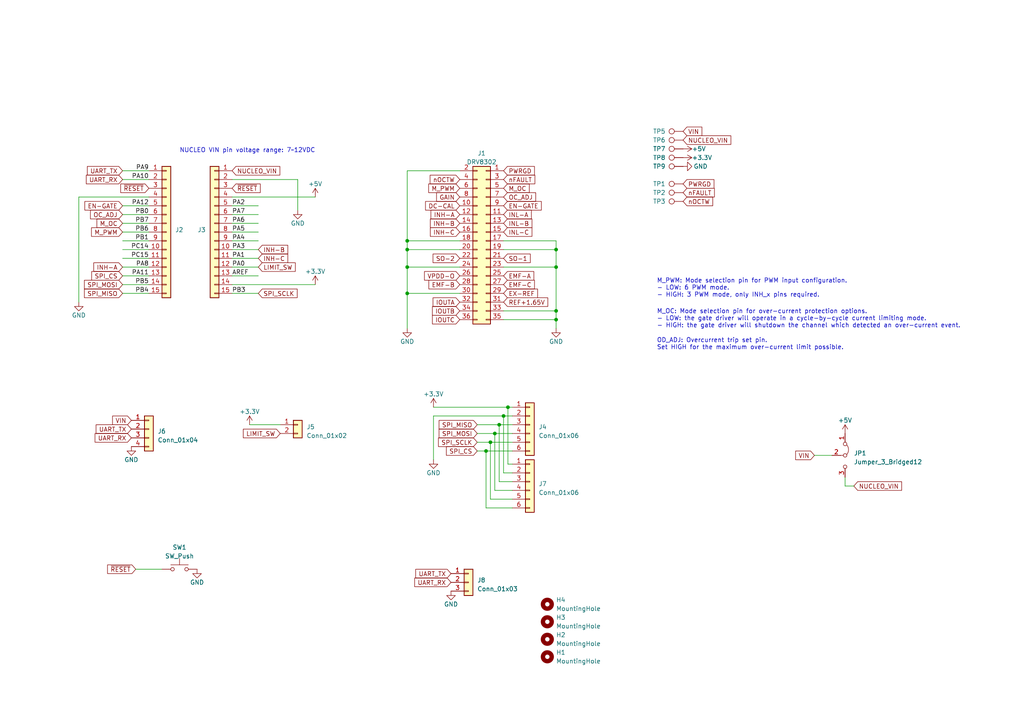
<source format=kicad_sch>
(kicad_sch (version 20230121) (generator eeschema)
  (paper "A4")
  (lib_symbols
    (symbol "Connector:TestPoint" (pin_numbers hide) (pin_names (offset 0.762) hide)
      (property "Reference" "TP" (at 0 6.858 0))
      (property "Value" "TestPoint" (at 0 5.08 0))
      (symbol "TestPoint_0_1"
        (circle (center 0 3.302) (radius 0.762))
      )
      (symbol "TestPoint_1_1"
        (pin passive line (at 0 0 90) (length 2.54) (name "1") (number "1"))
      )
    )
    (symbol "Connector_Generic:Conn_01x02" (pin_names (offset 1.016) hide)
      (property "Reference" "J" (at 0 2.54 0))
      (property "Value" "Conn_01x02" (at 0 -5.08 0))
      (symbol "Conn_01x02_1_1"
        (rectangle (start -1.27 -2.413) (end 0 -2.667) (stroke (width 0.1524)))
        (rectangle (start -1.27 0.127) (end 0 -0.127) (stroke (width 0.1524)))
        (rectangle (start -1.27 1.27) (end 1.27 -3.81) (stroke (width 0.254)) (fill (type background)))
        (pin passive line (at -5.08 0 0) (length 3.81) (name "Pin_1") (number "1"))
        (pin passive line (at -5.08 -2.54 0) (length 3.81) (name "Pin_2") (number "2"))
      )
    )
    (symbol "Connector_Generic:Conn_01x03" (pin_names (offset 1.016) hide)
      (property "Reference" "J" (at 0 5.08 0))
      (property "Value" "Conn_01x03" (at 0 -5.08 0))
      (symbol "Conn_01x03_1_1"
        (rectangle (start -1.27 -2.413) (end 0 -2.667) (stroke (width 0.1524)))
        (rectangle (start -1.27 0.127) (end 0 -0.127) (stroke (width 0.1524)))
        (rectangle (start -1.27 2.667) (end 0 2.413) (stroke (width 0.1524)))
        (rectangle (start -1.27 3.81) (end 1.27 -3.81) (stroke (width 0.254)) (fill (type background)))
        (pin passive line (at -5.08 2.54 0) (length 3.81) (name "Pin_1") (number "1"))
        (pin passive line (at -5.08 0 0) (length 3.81) (name "Pin_2") (number "2"))
        (pin passive line (at -5.08 -2.54 0) (length 3.81) (name "Pin_3") (number "3"))
      )
    )
    (symbol "Connector_Generic:Conn_01x04" (pin_names (offset 1.016) hide)
      (property "Reference" "J" (at 0 5.08 0))
      (property "Value" "Conn_01x04" (at 0 -7.62 0))
      (symbol "Conn_01x04_1_1"
        (rectangle (start -1.27 -4.953) (end 0 -5.207) (stroke (width 0.1524)))
        (rectangle (start -1.27 -2.413) (end 0 -2.667) (stroke (width 0.1524)))
        (rectangle (start -1.27 0.127) (end 0 -0.127) (stroke (width 0.1524)))
        (rectangle (start -1.27 2.667) (end 0 2.413) (stroke (width 0.1524)))
        (rectangle (start -1.27 3.81) (end 1.27 -6.35) (stroke (width 0.254)) (fill (type background)))
        (pin passive line (at -5.08 2.54 0) (length 3.81) (name "Pin_1") (number "1"))
        (pin passive line (at -5.08 0 0) (length 3.81) (name "Pin_2") (number "2"))
        (pin passive line (at -5.08 -2.54 0) (length 3.81) (name "Pin_3") (number "3"))
        (pin passive line (at -5.08 -5.08 0) (length 3.81) (name "Pin_4") (number "4"))
      )
    )
    (symbol "Connector_Generic:Conn_01x06" (pin_names (offset 1.016) hide)
      (property "Reference" "J" (at 0 7.62 0))
      (property "Value" "Conn_01x06" (at 0 -10.16 0))
      (symbol "Conn_01x06_1_1"
        (rectangle (start -1.27 -7.493) (end 0 -7.747) (stroke (width 0.1524)))
        (rectangle (start -1.27 -4.953) (end 0 -5.207) (stroke (width 0.1524)))
        (rectangle (start -1.27 -2.413) (end 0 -2.667) (stroke (width 0.1524)))
        (rectangle (start -1.27 0.127) (end 0 -0.127) (stroke (width 0.1524)))
        (rectangle (start -1.27 2.667) (end 0 2.413) (stroke (width 0.1524)))
        (rectangle (start -1.27 5.207) (end 0 4.953) (stroke (width 0.1524)))
        (rectangle (start -1.27 6.35) (end 1.27 -8.89) (stroke (width 0.254)) (fill (type background)))
        (pin passive line (at -5.08 5.08 0) (length 3.81) (name "Pin_1") (number "1"))
        (pin passive line (at -5.08 2.54 0) (length 3.81) (name "Pin_2") (number "2"))
        (pin passive line (at -5.08 0 0) (length 3.81) (name "Pin_3") (number "3"))
        (pin passive line (at -5.08 -2.54 0) (length 3.81) (name "Pin_4") (number "4"))
        (pin passive line (at -5.08 -5.08 0) (length 3.81) (name "Pin_5") (number "5"))
        (pin passive line (at -5.08 -7.62 0) (length 3.81) (name "Pin_6") (number "6"))
      )
    )
    (symbol "Connector_Generic:Conn_01x15" (pin_names (offset 1.016) hide)
      (property "Reference" "J" (at 0 20.32 0))
      (property "Value" "Conn_01x15" (at 0 -20.32 0))
      (symbol "Conn_01x15_1_1"
        (rectangle (start -1.27 -17.653) (end 0 -17.907) (stroke (width 0.1524)))
        (rectangle (start -1.27 -15.113) (end 0 -15.367) (stroke (width 0.1524)))
        (rectangle (start -1.27 -12.573) (end 0 -12.827) (stroke (width 0.1524)))
        (rectangle (start -1.27 -10.033) (end 0 -10.287) (stroke (width 0.1524)))
        (rectangle (start -1.27 -7.493) (end 0 -7.747) (stroke (width 0.1524)))
        (rectangle (start -1.27 -4.953) (end 0 -5.207) (stroke (width 0.1524)))
        (rectangle (start -1.27 -2.413) (end 0 -2.667) (stroke (width 0.1524)))
        (rectangle (start -1.27 0.127) (end 0 -0.127) (stroke (width 0.1524)))
        (rectangle (start -1.27 2.667) (end 0 2.413) (stroke (width 0.1524)))
        (rectangle (start -1.27 5.207) (end 0 4.953) (stroke (width 0.1524)))
        (rectangle (start -1.27 7.747) (end 0 7.493) (stroke (width 0.1524)))
        (rectangle (start -1.27 10.287) (end 0 10.033) (stroke (width 0.1524)))
        (rectangle (start -1.27 12.827) (end 0 12.573) (stroke (width 0.1524)))
        (rectangle (start -1.27 15.367) (end 0 15.113) (stroke (width 0.1524)))
        (rectangle (start -1.27 17.907) (end 0 17.653) (stroke (width 0.1524)))
        (rectangle (start -1.27 19.05) (end 1.27 -19.05) (stroke (width 0.254)) (fill (type background)))
        (pin passive line (at -5.08 17.78 0) (length 3.81) (name "Pin_1") (number "1"))
        (pin passive line (at -5.08 -5.08 0) (length 3.81) (name "Pin_10") (number "10"))
        (pin passive line (at -5.08 -7.62 0) (length 3.81) (name "Pin_11") (number "11"))
        (pin passive line (at -5.08 -10.16 0) (length 3.81) (name "Pin_12") (number "12"))
        (pin passive line (at -5.08 -12.7 0) (length 3.81) (name "Pin_13") (number "13"))
        (pin passive line (at -5.08 -15.24 0) (length 3.81) (name "Pin_14") (number "14"))
        (pin passive line (at -5.08 -17.78 0) (length 3.81) (name "Pin_15") (number "15"))
        (pin passive line (at -5.08 15.24 0) (length 3.81) (name "Pin_2") (number "2"))
        (pin passive line (at -5.08 12.7 0) (length 3.81) (name "Pin_3") (number "3"))
        (pin passive line (at -5.08 10.16 0) (length 3.81) (name "Pin_4") (number "4"))
        (pin passive line (at -5.08 7.62 0) (length 3.81) (name "Pin_5") (number "5"))
        (pin passive line (at -5.08 5.08 0) (length 3.81) (name "Pin_6") (number "6"))
        (pin passive line (at -5.08 2.54 0) (length 3.81) (name "Pin_7") (number "7"))
        (pin passive line (at -5.08 0 0) (length 3.81) (name "Pin_8") (number "8"))
        (pin passive line (at -5.08 -2.54 0) (length 3.81) (name "Pin_9") (number "9"))
      )
    )
    (symbol "Connector_Generic:Conn_02x18_Odd_Even" (pin_names (offset 1.016) hide)
      (property "Reference" "J" (at 1.27 22.86 0))
      (property "Value" "Conn_02x18_Odd_Even" (at 1.27 -25.4 0))
      (symbol "Conn_02x18_Odd_Even_1_1"
        (rectangle (start -1.27 -22.733) (end 0 -22.987) (stroke (width 0.1524)))
        (rectangle (start -1.27 -20.193) (end 0 -20.447) (stroke (width 0.1524)))
        (rectangle (start -1.27 -17.653) (end 0 -17.907) (stroke (width 0.1524)))
        (rectangle (start -1.27 -15.113) (end 0 -15.367) (stroke (width 0.1524)))
        (rectangle (start -1.27 -12.573) (end 0 -12.827) (stroke (width 0.1524)))
        (rectangle (start -1.27 -10.033) (end 0 -10.287) (stroke (width 0.1524)))
        (rectangle (start -1.27 -7.493) (end 0 -7.747) (stroke (width 0.1524)))
        (rectangle (start -1.27 -4.953) (end 0 -5.207) (stroke (width 0.1524)))
        (rectangle (start -1.27 -2.413) (end 0 -2.667) (stroke (width 0.1524)))
        (rectangle (start -1.27 0.127) (end 0 -0.127) (stroke (width 0.1524)))
        (rectangle (start -1.27 2.667) (end 0 2.413) (stroke (width 0.1524)))
        (rectangle (start -1.27 5.207) (end 0 4.953) (stroke (width 0.1524)))
        (rectangle (start -1.27 7.747) (end 0 7.493) (stroke (width 0.1524)))
        (rectangle (start -1.27 10.287) (end 0 10.033) (stroke (width 0.1524)))
        (rectangle (start -1.27 12.827) (end 0 12.573) (stroke (width 0.1524)))
        (rectangle (start -1.27 15.367) (end 0 15.113) (stroke (width 0.1524)))
        (rectangle (start -1.27 17.907) (end 0 17.653) (stroke (width 0.1524)))
        (rectangle (start -1.27 20.447) (end 0 20.193) (stroke (width 0.1524)))
        (rectangle (start -1.27 21.59) (end 3.81 -24.13) (stroke (width 0.254)) (fill (type background)))
        (rectangle (start 3.81 -22.733) (end 2.54 -22.987) (stroke (width 0.1524)))
        (rectangle (start 3.81 -20.193) (end 2.54 -20.447) (stroke (width 0.1524)))
        (rectangle (start 3.81 -17.653) (end 2.54 -17.907) (stroke (width 0.1524)))
        (rectangle (start 3.81 -15.113) (end 2.54 -15.367) (stroke (width 0.1524)))
        (rectangle (start 3.81 -12.573) (end 2.54 -12.827) (stroke (width 0.1524)))
        (rectangle (start 3.81 -10.033) (end 2.54 -10.287) (stroke (width 0.1524)))
        (rectangle (start 3.81 -7.493) (end 2.54 -7.747) (stroke (width 0.1524)))
        (rectangle (start 3.81 -4.953) (end 2.54 -5.207) (stroke (width 0.1524)))
        (rectangle (start 3.81 -2.413) (end 2.54 -2.667) (stroke (width 0.1524)))
        (rectangle (start 3.81 0.127) (end 2.54 -0.127) (stroke (width 0.1524)))
        (rectangle (start 3.81 2.667) (end 2.54 2.413) (stroke (width 0.1524)))
        (rectangle (start 3.81 5.207) (end 2.54 4.953) (stroke (width 0.1524)))
        (rectangle (start 3.81 7.747) (end 2.54 7.493) (stroke (width 0.1524)))
        (rectangle (start 3.81 10.287) (end 2.54 10.033) (stroke (width 0.1524)))
        (rectangle (start 3.81 12.827) (end 2.54 12.573) (stroke (width 0.1524)))
        (rectangle (start 3.81 15.367) (end 2.54 15.113) (stroke (width 0.1524)))
        (rectangle (start 3.81 17.907) (end 2.54 17.653) (stroke (width 0.1524)))
        (rectangle (start 3.81 20.447) (end 2.54 20.193) (stroke (width 0.1524)))
        (pin passive line (at -5.08 20.32 0) (length 3.81) (name "Pin_1") (number "1"))
        (pin passive line (at 7.62 10.16 180) (length 3.81) (name "Pin_10") (number "10"))
        (pin passive line (at -5.08 7.62 0) (length 3.81) (name "Pin_11") (number "11"))
        (pin passive line (at 7.62 7.62 180) (length 3.81) (name "Pin_12") (number "12"))
        (pin passive line (at -5.08 5.08 0) (length 3.81) (name "Pin_13") (number "13"))
        (pin passive line (at 7.62 5.08 180) (length 3.81) (name "Pin_14") (number "14"))
        (pin passive line (at -5.08 2.54 0) (length 3.81) (name "Pin_15") (number "15"))
        (pin passive line (at 7.62 2.54 180) (length 3.81) (name "Pin_16") (number "16"))
        (pin passive line (at -5.08 0 0) (length 3.81) (name "Pin_17") (number "17"))
        (pin passive line (at 7.62 0 180) (length 3.81) (name "Pin_18") (number "18"))
        (pin passive line (at -5.08 -2.54 0) (length 3.81) (name "Pin_19") (number "19"))
        (pin passive line (at 7.62 20.32 180) (length 3.81) (name "Pin_2") (number "2"))
        (pin passive line (at 7.62 -2.54 180) (length 3.81) (name "Pin_20") (number "20"))
        (pin passive line (at -5.08 -5.08 0) (length 3.81) (name "Pin_21") (number "21"))
        (pin passive line (at 7.62 -5.08 180) (length 3.81) (name "Pin_22") (number "22"))
        (pin passive line (at -5.08 -7.62 0) (length 3.81) (name "Pin_23") (number "23"))
        (pin passive line (at 7.62 -7.62 180) (length 3.81) (name "Pin_24") (number "24"))
        (pin passive line (at -5.08 -10.16 0) (length 3.81) (name "Pin_25") (number "25"))
        (pin passive line (at 7.62 -10.16 180) (length 3.81) (name "Pin_26") (number "26"))
        (pin passive line (at -5.08 -12.7 0) (length 3.81) (name "Pin_27") (number "27"))
        (pin passive line (at 7.62 -12.7 180) (length 3.81) (name "Pin_28") (number "28"))
        (pin passive line (at -5.08 -15.24 0) (length 3.81) (name "Pin_29") (number "29"))
        (pin passive line (at -5.08 17.78 0) (length 3.81) (name "Pin_3") (number "3"))
        (pin passive line (at 7.62 -15.24 180) (length 3.81) (name "Pin_30") (number "30"))
        (pin passive line (at -5.08 -17.78 0) (length 3.81) (name "Pin_31") (number "31"))
        (pin passive line (at 7.62 -17.78 180) (length 3.81) (name "Pin_32") (number "32"))
        (pin passive line (at -5.08 -20.32 0) (length 3.81) (name "Pin_33") (number "33"))
        (pin passive line (at 7.62 -20.32 180) (length 3.81) (name "Pin_34") (number "34"))
        (pin passive line (at -5.08 -22.86 0) (length 3.81) (name "Pin_35") (number "35"))
        (pin passive line (at 7.62 -22.86 180) (length 3.81) (name "Pin_36") (number "36"))
        (pin passive line (at 7.62 17.78 180) (length 3.81) (name "Pin_4") (number "4"))
        (pin passive line (at -5.08 15.24 0) (length 3.81) (name "Pin_5") (number "5"))
        (pin passive line (at 7.62 15.24 180) (length 3.81) (name "Pin_6") (number "6"))
        (pin passive line (at -5.08 12.7 0) (length 3.81) (name "Pin_7") (number "7"))
        (pin passive line (at 7.62 12.7 180) (length 3.81) (name "Pin_8") (number "8"))
        (pin passive line (at -5.08 10.16 0) (length 3.81) (name "Pin_9") (number "9"))
      )
    )
    (symbol "Jumper:Jumper_3_Bridged12" (pin_names (offset 0) hide)
      (property "Reference" "JP" (at -2.54 -2.54 0))
      (property "Value" "Jumper_3_Bridged12" (at 0 2.794 0))
      (symbol "Jumper_3_Bridged12_0_0"
        (circle (center -3.302 0) (radius 0.508))
        (circle (center 0 0) (radius 0.508))
        (circle (center 3.302 0) (radius 0.508))
      )
      (symbol "Jumper_3_Bridged12_0_1"
        (arc (start -0.254 0.508) (mid -1.651 0.9912) (end -3.048 0.508))
        (polyline (pts (xy 0 -1.27) (xy 0 -0.508)))
      )
      (symbol "Jumper_3_Bridged12_1_1"
        (pin passive line (at -6.35 0 0) (length 2.54) (name "A") (number "1"))
        (pin passive line (at 0 -3.81 90) (length 2.54) (name "C") (number "2"))
        (pin passive line (at 6.35 0 180) (length 2.54) (name "B") (number "3"))
      )
    )
    (symbol "Mechanical:MountingHole" (pin_names (offset 1.016))
      (property "Reference" "H" (at 0 5.08 0))
      (property "Value" "MountingHole" (at 0 3.175 0))
      (symbol "MountingHole_0_1"
        (circle (center 0 0) (radius 1.27) (stroke (width 1.27)))
      )
    )
    (symbol "Switch:SW_Push" (pin_numbers hide) (pin_names (offset 1.016) hide)
      (property "Reference" "SW" (at 1.27 2.54 0))
      (property "Value" "SW_Push" (at 0 -1.524 0))
      (symbol "SW_Push_0_1"
        (circle (center -2.032 0) (radius 0.508))
        (polyline (pts (xy 0 1.27) (xy 0 3.048)))
        (polyline (pts (xy 2.54 1.27) (xy -2.54 1.27)))
        (circle (center 2.032 0) (radius 0.508))
        (pin passive line (at -5.08 0 0) (length 2.54) (name "1") (number "1"))
        (pin passive line (at 5.08 0 180) (length 2.54) (name "2") (number "2"))
      )
    )
    (symbol "power:+3.3V" (power) (pin_names (offset 0))
      (property "Value" "+3.3V" (at 0 3.556 0))
      (symbol "+3.3V_0_1"
        (polyline (pts (xy -0.762 1.27) (xy 0 2.54)))
        (polyline (pts (xy 0 0) (xy 0 2.54)))
        (polyline (pts (xy 0 2.54) (xy 0.762 1.27)))
      )
      (symbol "+3.3V_1_1"
        (pin power_in line (at 0 0 90) (length 0) hide (name "+3.3V") (number "1"))
      )
    )
    (symbol "power:+5V" (power) (pin_names (offset 0))
      (property "Value" "+5V" (at 0 3.556 0))
      (symbol "+5V_0_1"
        (polyline (pts (xy -0.762 1.27) (xy 0 2.54)))
        (polyline (pts (xy 0 0) (xy 0 2.54)))
        (polyline (pts (xy 0 2.54) (xy 0.762 1.27)))
      )
      (symbol "+5V_1_1"
        (pin power_in line (at 0 0 90) (length 0) hide (name "+5V") (number "1"))
      )
    )
    (symbol "power:GND" (power) (pin_names (offset 0))
      (property "Value" "GND" (at 0 -3.81 0))
      (symbol "GND_0_1"
        (polyline (pts (xy 0 0) (xy 0 -1.27) (xy 1.27 -1.27) (xy 0 -2.54) (xy -1.27 -1.27) (xy 0 -1.27)))
      )
      (symbol "GND_1_1"
        (pin power_in line (at 0 0 270) (length 0) hide (name "GND") (number "1"))
      )
    )
  )
  (junction (at 142.24 128.27))
  (junction (at 161.29 77.47))
  (junction (at 118.11 69.85))
  (junction (at 143.51 125.73))
  (junction (at 161.29 92.71))
  (junction (at 161.29 90.17))
  (junction (at 146.05 120.65))
  (junction (at 140.97 130.81))
  (junction (at 161.29 72.39))
  (junction (at 118.11 85.09))
  (junction (at 144.78 123.19))
  (junction (at 118.11 77.47))
  (junction (at 118.11 72.39))
  (junction (at 147.32 118.11))
  (wire (pts (xy 161.29 77.47) (xy 161.29 90.17)))
  (wire (pts (xy 35.56 85.09) (xy 43.18 85.09)))
  (wire (pts (xy 161.29 95.25) (xy 161.29 92.71)))
  (wire (pts (xy 147.32 118.11) (xy 148.59 118.11)))
  (wire (pts (xy 146.05 77.47) (xy 161.29 77.47)))
  (wire (pts (xy 67.31 69.85) (xy 74.93 69.85)))
  (wire (pts (xy 148.59 139.7) (xy 144.78 139.7)))
  (wire (pts (xy 148.59 137.16) (xy 146.05 137.16)))
  (wire (pts (xy 39.37 165.1) (xy 46.99 165.1)))
  (wire (pts (xy 67.31 85.09) (xy 74.93 85.09)))
  (wire (pts (xy 35.56 52.07) (xy 43.18 52.07)))
  (wire (pts (xy 67.31 67.31) (xy 74.93 67.31)))
  (wire (pts (xy 35.56 62.23) (xy 43.18 62.23)))
  (wire (pts (xy 118.11 72.39) (xy 118.11 77.47)))
  (wire (pts (xy 142.24 128.27) (xy 138.43 128.27)))
  (wire (pts (xy 148.59 130.81) (xy 140.97 130.81)))
  (wire (pts (xy 118.11 77.47) (xy 118.11 85.09)))
  (wire (pts (xy 35.56 59.69) (xy 43.18 59.69)))
  (wire (pts (xy 67.31 64.77) (xy 74.93 64.77)))
  (wire (pts (xy 144.78 123.19) (xy 144.78 139.7)))
  (wire (pts (xy 67.31 59.69) (xy 74.93 59.69)))
  (wire (pts (xy 118.11 77.47) (xy 133.35 77.47)))
  (wire (pts (xy 146.05 90.17) (xy 161.29 90.17)))
  (wire (pts (xy 142.24 128.27) (xy 142.24 144.78)))
  (wire (pts (xy 140.97 130.81) (xy 138.43 130.81)))
  (wire (pts (xy 118.11 85.09) (xy 118.11 95.25)))
  (wire (pts (xy 22.86 57.15) (xy 43.18 57.15)))
  (wire (pts (xy 35.56 64.77) (xy 43.18 64.77)))
  (wire (pts (xy 125.73 133.35) (xy 125.73 120.65)))
  (wire (pts (xy 245.11 140.97) (xy 245.11 138.43)))
  (wire (pts (xy 67.31 57.15) (xy 91.44 57.15)))
  (wire (pts (xy 143.51 125.73) (xy 138.43 125.73)))
  (wire (pts (xy 146.05 72.39) (xy 161.29 72.39)))
  (wire (pts (xy 146.05 92.71) (xy 161.29 92.71)))
  (wire (pts (xy 86.36 52.07) (xy 86.36 60.96)))
  (wire (pts (xy 35.56 67.31) (xy 43.18 67.31)))
  (wire (pts (xy 146.05 137.16) (xy 146.05 120.65)))
  (wire (pts (xy 161.29 90.17) (xy 161.29 92.71)))
  (wire (pts (xy 118.11 69.85) (xy 118.11 49.53)))
  (wire (pts (xy 148.59 147.32) (xy 140.97 147.32)))
  (wire (pts (xy 148.59 144.78) (xy 142.24 144.78)))
  (wire (pts (xy 118.11 72.39) (xy 118.11 69.85)))
  (wire (pts (xy 247.65 140.97) (xy 245.11 140.97)))
  (wire (pts (xy 35.56 82.55) (xy 43.18 82.55)))
  (wire (pts (xy 125.73 120.65) (xy 146.05 120.65)))
  (wire (pts (xy 148.59 125.73) (xy 143.51 125.73)))
  (wire (pts (xy 67.31 72.39) (xy 74.93 72.39)))
  (wire (pts (xy 67.31 52.07) (xy 86.36 52.07)))
  (wire (pts (xy 67.31 77.47) (xy 74.93 77.47)))
  (wire (pts (xy 143.51 125.73) (xy 143.51 142.24)))
  (wire (pts (xy 67.31 82.55) (xy 91.44 82.55)))
  (wire (pts (xy 67.31 62.23) (xy 74.93 62.23)))
  (wire (pts (xy 35.56 74.93) (xy 43.18 74.93)))
  (wire (pts (xy 161.29 72.39) (xy 161.29 77.47)))
  (wire (pts (xy 35.56 49.53) (xy 43.18 49.53)))
  (wire (pts (xy 118.11 69.85) (xy 133.35 69.85)))
  (wire (pts (xy 236.22 132.08) (xy 241.3 132.08)))
  (wire (pts (xy 146.05 120.65) (xy 148.59 120.65)))
  (wire (pts (xy 148.59 123.19) (xy 144.78 123.19)))
  (wire (pts (xy 148.59 128.27) (xy 142.24 128.27)))
  (wire (pts (xy 148.59 134.62) (xy 147.32 134.62)))
  (wire (pts (xy 148.59 142.24) (xy 143.51 142.24)))
  (wire (pts (xy 118.11 72.39) (xy 133.35 72.39)))
  (wire (pts (xy 67.31 80.01) (xy 74.93 80.01)))
  (wire (pts (xy 35.56 69.85) (xy 43.18 69.85)))
  (wire (pts (xy 125.73 118.11) (xy 147.32 118.11)))
  (wire (pts (xy 72.39 123.19) (xy 81.28 123.19)))
  (wire (pts (xy 147.32 118.11) (xy 147.32 134.62)))
  (wire (pts (xy 118.11 49.53) (xy 133.35 49.53)))
  (wire (pts (xy 22.86 57.15) (xy 22.86 87.63)))
  (wire (pts (xy 35.56 77.47) (xy 43.18 77.47)))
  (wire (pts (xy 146.05 69.85) (xy 161.29 69.85)))
  (wire (pts (xy 118.11 85.09) (xy 133.35 85.09)))
  (wire (pts (xy 161.29 69.85) (xy 161.29 72.39)))
  (wire (pts (xy 35.56 72.39) (xy 43.18 72.39)))
  (wire (pts (xy 35.56 80.01) (xy 43.18 80.01)))
  (wire (pts (xy 140.97 130.81) (xy 140.97 147.32)))
  (wire (pts (xy 144.78 123.19) (xy 138.43 123.19)))
  (wire (pts (xy 67.31 74.93) (xy 74.93 74.93)))
  (text "M_OC: Mode selection pin for over-current protection options.\n- LOW: the gate driver will operate in a cycle-by-cycle current limiting mode.\n- HIGH: the gate driver will shutdown the channel which detected an over-current event." (at 190.5 95.25 0) (effects (font (size 1.27 1.27)) (justify left bottom)))
  (text "NUCLEO VIN pin voltage range: 7~12VDC" (at 52.07 44.45 0) (effects (font (size 1.27 1.27)) (justify left bottom)))
  (text "OD_ADJ: Overcurrent trip set pin.\nSet HIGH for the maximum over-current limit possible." (at 190.5 101.6 0) (effects (font (size 1.27 1.27)) (justify left bottom)))
  (text "M_PWM: Mode selection pin for PWM input configuration.\n- LOW: 6 PWM mode.\n- HIGH: 3 PWM mode, only INH_x pins required." (at 190.5 86.36 0) (effects (font (size 1.27 1.27)) (justify left bottom)))
  (label "PB0" (at 43.18 62.23 180))
  (label "PC15" (at 43.18 74.93 180))
  (label "PA0" (at 67.31 77.47 0))
  (label "PA11" (at 43.18 80.01 180))
  (label "PA9" (at 43.18 49.53 180))
  (label "PA3" (at 67.31 72.39 0))
  (label "PC14" (at 43.18 72.39 180))
  (label "PA4" (at 67.31 69.85 0))
  (label "PB6" (at 43.18 67.31 180))
  (label "PB1" (at 43.18 69.85 180))
  (label "PA12" (at 43.18 59.69 180))
  (label "PA1" (at 67.31 74.93 0))
  (label "PA5" (at 67.31 67.31 0))
  (label "PB4" (at 43.18 85.09 180))
  (label "PA2" (at 67.31 59.69 0))
  (label "PA7" (at 67.31 62.23 0))
  (label "PB7" (at 43.18 64.77 180))
  (label "PA8" (at 43.18 77.47 180))
  (label "PB3" (at 67.31 85.09 0))
  (label "AREF" (at 67.31 80.01 0))
  (label "PA10" (at 43.18 52.07 180))
  (label "PB5" (at 43.18 82.55 180))
  (label "PA6" (at 67.31 64.77 0))
  (global_label "INH-A" (shape input) (at 133.35 62.23 180) (property "Intersheetrefs" "${INTERSHEET_REFS}" (effects hide)))
  (global_label "OC_ADJ" (shape input) (at 35.56 62.23 180) (property "Intersheetrefs" "${INTERSHEET_REFS}" (effects hide)))
  (global_label "M_OC" (shape input) (at 35.56 64.77 180) (property "Intersheetrefs" "${INTERSHEET_REFS}" (effects hide)))
  (global_label "SPI_CS" (shape input) (at 138.43 130.81 180) (property "Intersheetrefs" "${INTERSHEET_REFS}" (effects hide)))
  (global_label "nFAULT" (shape input) (at 198.12 55.88 0) (property "Intersheetrefs" "${INTERSHEET_REFS}" (effects hide)))
  (global_label "INH-C" (shape input) (at 133.35 67.31 180) (property "Intersheetrefs" "${INTERSHEET_REFS}" (effects hide)))
  (global_label "UART_TX" (shape input) (at 38.1 124.46 180) (property "Intersheetrefs" "${INTERSHEET_REFS}" (effects hide)))
  (global_label "M_PWM" (shape input) (at 35.56 67.31 180) (property "Intersheetrefs" "${INTERSHEET_REFS}" (effects hide)))
  (global_label "~{RESET}" (shape input) (at 43.18 54.61 180) (property "Intersheetrefs" "${INTERSHEET_REFS}" (effects hide)))
  (global_label "INL-A" (shape input) (at 146.05 62.23 0) (property "Intersheetrefs" "${INTERSHEET_REFS}" (effects hide)))
  (global_label "IOUTB" (shape input) (at 133.35 90.17 180) (property "Intersheetrefs" "${INTERSHEET_REFS}" (effects hide)))
  (global_label "INH-A" (shape input) (at 35.56 77.47 180) (property "Intersheetrefs" "${INTERSHEET_REFS}" (effects hide)))
  (global_label "~{RESET}" (shape input) (at 39.37 165.1 180) (property "Intersheetrefs" "${INTERSHEET_REFS}" (effects hide)))
  (global_label "OC_ADJ" (shape input) (at 146.05 57.15 0) (property "Intersheetrefs" "${INTERSHEET_REFS}" (effects hide)))
  (global_label "nOCTW" (shape input) (at 133.35 52.07 180) (property "Intersheetrefs" "${INTERSHEET_REFS}" (effects hide)))
  (global_label "IOUTA" (shape input) (at 133.35 87.63 180) (property "Intersheetrefs" "${INTERSHEET_REFS}" (effects hide)))
  (global_label "SPI_MISO" (shape input) (at 138.43 123.19 180) (property "Intersheetrefs" "${INTERSHEET_REFS}" (effects hide)))
  (global_label "INH-B" (shape input) (at 133.35 64.77 180) (property "Intersheetrefs" "${INTERSHEET_REFS}" (effects hide)))
  (global_label "SPI_CS" (shape input) (at 35.56 80.01 180) (property "Intersheetrefs" "${INTERSHEET_REFS}" (effects hide)))
  (global_label "UART_RX" (shape input) (at 130.81 168.91 180) (property "Intersheetrefs" "${INTERSHEET_REFS}" (effects hide)))
  (global_label "UART_TX" (shape input) (at 130.81 166.37 180) (property "Intersheetrefs" "${INTERSHEET_REFS}" (effects hide)))
  (global_label "nFAULT" (shape input) (at 146.05 52.07 0) (property "Intersheetrefs" "${INTERSHEET_REFS}" (effects hide)))
  (global_label "VPDD-O" (shape input) (at 133.35 80.01 180) (property "Intersheetrefs" "${INTERSHEET_REFS}" (effects hide)))
  (global_label "VIN" (shape input) (at 236.22 132.08 180) (property "Intersheetrefs" "${INTERSHEET_REFS}" (effects hide)))
  (global_label "SPI_MOSI" (shape input) (at 138.43 125.73 180) (property "Intersheetrefs" "${INTERSHEET_REFS}" (effects hide)))
  (global_label "SPI_MISO" (shape input) (at 35.56 85.09 180) (property "Intersheetrefs" "${INTERSHEET_REFS}" (effects hide)))
  (global_label "EN-GATE" (shape input) (at 146.05 59.69 0) (property "Intersheetrefs" "${INTERSHEET_REFS}" (effects hide)))
  (global_label "SPI_SCLK" (shape input) (at 74.93 85.09 0) (property "Intersheetrefs" "${INTERSHEET_REFS}" (effects hide)))
  (global_label "INH-C" (shape input) (at 74.93 74.93 0) (property "Intersheetrefs" "${INTERSHEET_REFS}" (effects hide)))
  (global_label "M_PWM" (shape input) (at 133.35 54.61 180) (property "Intersheetrefs" "${INTERSHEET_REFS}" (effects hide)))
  (global_label "INL-B" (shape input) (at 146.05 64.77 0) (property "Intersheetrefs" "${INTERSHEET_REFS}" (effects hide)))
  (global_label "UART_TX" (shape input) (at 35.56 49.53 180) (property "Intersheetrefs" "${INTERSHEET_REFS}" (effects hide)))
  (global_label "SPI_MOSI" (shape input) (at 35.56 82.55 180) (property "Intersheetrefs" "${INTERSHEET_REFS}" (effects hide)))
  (global_label "INH-B" (shape input) (at 74.93 72.39 0) (property "Intersheetrefs" "${INTERSHEET_REFS}" (effects hide)))
  (global_label "EMF-C" (shape input) (at 146.05 82.55 0) (property "Intersheetrefs" "${INTERSHEET_REFS}" (effects hide)))
  (global_label "LIMIT_SW" (shape input) (at 81.28 125.73 180) (property "Intersheetrefs" "${INTERSHEET_REFS}" (effects hide)))
  (global_label "VIN" (shape input) (at 38.1 121.92 180) (property "Intersheetrefs" "${INTERSHEET_REFS}" (effects hide)))
  (global_label "PWRGD" (shape input) (at 198.12 53.34 0) (property "Intersheetrefs" "${INTERSHEET_REFS}" (effects hide)))
  (global_label "EX-REF" (shape input) (at 146.05 85.09 0) (property "Intersheetrefs" "${INTERSHEET_REFS}" (effects hide)))
  (global_label "INL-C" (shape input) (at 146.05 67.31 0) (property "Intersheetrefs" "${INTERSHEET_REFS}" (effects hide)))
  (global_label "DC-CAL" (shape input) (at 133.35 59.69 180) (property "Intersheetrefs" "${INTERSHEET_REFS}" (effects hide)))
  (global_label "VIN" (shape input) (at 198.12 38.1 0) (property "Intersheetrefs" "${INTERSHEET_REFS}" (effects hide)))
  (global_label "~{RESET}" (shape input) (at 67.31 54.61 0) (property "Intersheetrefs" "${INTERSHEET_REFS}" (effects hide)))
  (global_label "EMF-A" (shape input) (at 146.05 80.01 0) (property "Intersheetrefs" "${INTERSHEET_REFS}" (effects hide)))
  (global_label "GAIN" (shape input) (at 133.35 57.15 180) (property "Intersheetrefs" "${INTERSHEET_REFS}" (effects hide)))
  (global_label "PWRGD" (shape input) (at 146.05 49.53 0) (property "Intersheetrefs" "${INTERSHEET_REFS}" (effects hide)))
  (global_label "LIMIT_SW" (shape input) (at 74.93 77.47 0) (property "Intersheetrefs" "${INTERSHEET_REFS}" (effects hide)))
  (global_label "EMF-B" (shape input) (at 133.35 82.55 180) (property "Intersheetrefs" "${INTERSHEET_REFS}" (effects hide)))
  (global_label "UART_RX" (shape input) (at 35.56 52.07 180) (property "Intersheetrefs" "${INTERSHEET_REFS}" (effects hide)))
  (global_label "UART_RX" (shape input) (at 38.1 127 180) (property "Intersheetrefs" "${INTERSHEET_REFS}" (effects hide)))
  (global_label "M_OC" (shape input) (at 146.05 54.61 0) (property "Intersheetrefs" "${INTERSHEET_REFS}" (effects hide)))
  (global_label "NUCLEO_VIN" (shape input) (at 247.65 140.97 0) (property "Intersheetrefs" "${INTERSHEET_REFS}" (effects hide)))
  (global_label "nOCTW" (shape input) (at 198.12 58.42 0) (property "Intersheetrefs" "${INTERSHEET_REFS}" (effects hide)))
  (global_label "IOUTC" (shape input) (at 133.35 92.71 180) (property "Intersheetrefs" "${INTERSHEET_REFS}" (effects hide)))
  (global_label "NUCLEO_VIN" (shape input) (at 67.31 49.53 0) (property "Intersheetrefs" "${INTERSHEET_REFS}" (effects hide)))
  (global_label "EN-GATE" (shape input) (at 35.56 59.69 180) (property "Intersheetrefs" "${INTERSHEET_REFS}" (effects hide)))
  (global_label "SO-1" (shape input) (at 146.05 74.93 0) (property "Intersheetrefs" "${INTERSHEET_REFS}" (effects hide)))
  (global_label "SPI_SCLK" (shape input) (at 138.43 128.27 180) (property "Intersheetrefs" "${INTERSHEET_REFS}" (effects hide)))
  (global_label "SO-2" (shape input) (at 133.35 74.93 180) (property "Intersheetrefs" "${INTERSHEET_REFS}" (effects hide)))
  (global_label "NUCLEO_VIN" (shape input) (at 198.12 40.64 0) (property "Intersheetrefs" "${INTERSHEET_REFS}" (effects hide)))
  (global_label "REF+1.65V" (shape input) (at 146.05 87.63 0) (property "Intersheetrefs" "${INTERSHEET_REFS}" (effects hide)))
  (symbol (lib_id "Mechanical:MountingHole") (at 158.75 190.5 0) (unit 1)
    (property "Reference" "H1" (at 161.29 189.23 0) (effects (justify left)))
    (property "Value" "MountingHole" (at 161.29 191.77 0) (effects (justify left)))
    (property "Footprint" "MountingHole:MountingHole_3.5mm" (effects hide))
  )
  (symbol (lib_id "Connector_Generic:Conn_01x06") (at 153.67 139.7 0) (unit 1)
    (property "Reference" "J7" (at 156.21 140.335 0) (effects (justify left)))
    (property "Value" "Conn_01x06" (at 156.21 142.875 0) (effects (justify left)))
    (property "Footprint" "Connector_JST:JST_XH_S6B-XH-A_1x06_P2.50mm_Horizontal" (effects hide))
  )
  (symbol (lib_id "power:+3.3V") (at 91.44 82.55 0) (unit 1)
    (property "Reference" "#PWR06" (effects hide))
    (property "Value" "+3.3V" (at 91.44 78.74 0))
  )
  (symbol (lib_id "Connector_Generic:Conn_01x04") (at 43.18 124.46 0) (unit 1)
    (property "Reference" "J6" (at 45.72 125.095 0) (effects (justify left)))
    (property "Value" "Conn_01x04" (at 45.72 127.635 0) (effects (justify left)))
    (property "Footprint" "Connector_JST:JST_XH_S4B-XH-A_1x04_P2.50mm_Horizontal" (effects hide))
  )
  (symbol (lib_id "Mechanical:MountingHole") (at 158.75 175.26 0) (unit 1)
    (property "Reference" "H4" (at 161.29 173.99 0) (effects (justify left)))
    (property "Value" "MountingHole" (at 161.29 176.53 0) (effects (justify left)))
    (property "Footprint" "MountingHole:MountingHole_3.5mm" (effects hide))
  )
  (symbol (lib_id "power:GND") (at 130.81 171.45 0) (unit 1)
    (property "Reference" "#PWR020" (effects hide))
    (property "Value" "GND" (at 130.81 175.26 0))
  )
  (symbol (lib_id "Connector:TestPoint") (at 198.12 53.34 90) (unit 1)
    (property "Reference" "TP1" (at 193.04 53.34 90) (effects (justify left)))
    (property "Value" "TestPoint" (effects hide))
    (property "Footprint" "TestPoint:TestPoint_Pad_D1.5mm" (effects hide))
  )
  (symbol (lib_id "Mechanical:MountingHole") (at 158.75 180.34 0) (unit 1)
    (property "Reference" "H3" (at 161.29 179.07 0) (effects (justify left)))
    (property "Value" "MountingHole" (at 161.29 181.61 0) (effects (justify left)))
    (property "Footprint" "MountingHole:MountingHole_3.5mm" (effects hide))
  )
  (symbol (lib_id "Connector:TestPoint") (at 198.12 55.88 90) (unit 1)
    (property "Reference" "TP2" (at 193.04 55.88 90) (effects (justify left)))
    (property "Value" "TestPoint" (effects hide))
    (property "Footprint" "TestPoint:TestPoint_Pad_D1.5mm" (effects hide))
  )
  (symbol (lib_id "Connector_Generic:Conn_02x18_Odd_Even") (at 140.97 69.85 0) (mirror y) (unit 1)
    (property "Reference" "J1" (at 139.7 44.45 0))
    (property "Value" "DRV8302" (at 139.7 46.99 0))
    (property "Footprint" "Connector_PinHeader_2.54mm:PinHeader_2x18_P2.54mm_Vertical" (effects hide))
  )
  (symbol (lib_id "power:GND") (at 22.86 87.63 0) (unit 1)
    (property "Reference" "#PWR03" (effects hide))
    (property "Value" "GND" (at 22.86 91.44 0))
  )
  (symbol (lib_id "Mechanical:MountingHole") (at 158.75 185.42 0) (unit 1)
    (property "Reference" "H2" (at 161.29 184.15 0) (effects (justify left)))
    (property "Value" "MountingHole" (at 161.29 186.69 0) (effects (justify left)))
    (property "Footprint" "MountingHole:MountingHole_3.5mm" (effects hide))
  )
  (symbol (lib_id "power:GND") (at 125.73 133.35 0) (unit 1)
    (property "Reference" "#PWR08" (effects hide))
    (property "Value" "GND" (at 125.73 137.16 0))
  )
  (symbol (lib_id "Connector_Generic:Conn_01x03") (at 135.89 168.91 0) (unit 1)
    (property "Reference" "J8" (at 138.43 168.275 0) (effects (justify left)))
    (property "Value" "Conn_01x03" (at 138.43 170.815 0) (effects (justify left)))
    (property "Footprint" "Connector_PinHeader_2.54mm:PinHeader_1x03_P2.54mm_Vertical" (effects hide))
  )
  (symbol (lib_id "Connector:TestPoint") (at 198.12 43.18 90) (unit 1)
    (property "Reference" "TP7" (at 193.04 43.18 90) (effects (justify left)))
    (property "Value" "TestPoint" (effects hide))
    (property "Footprint" "TestPoint:TestPoint_Pad_D1.5mm" (effects hide))
  )
  (symbol (lib_id "Connector_Generic:Conn_01x15") (at 48.26 67.31 0) (unit 1)
    (property "Reference" "J2" (at 50.8 66.675 0) (effects (justify left)))
    (property "Value" "Conn_01x15" (effects hide))
    (property "Footprint" "Connector_PinHeader_2.54mm:PinHeader_1x15_P2.54mm_Vertical" (effects hide))
  )
  (symbol (lib_id "power:GND") (at 57.15 165.1 0) (unit 1)
    (property "Reference" "#PWR09" (effects hide))
    (property "Value" "GND" (at 57.15 168.91 0))
  )
  (symbol (lib_id "Connector_Generic:Conn_01x15") (at 62.23 67.31 0) (mirror y) (unit 1)
    (property "Reference" "J3" (at 59.69 66.675 0) (effects (justify left)))
    (property "Value" "Conn_01x15" (effects hide))
    (property "Footprint" "Connector_PinHeader_2.54mm:PinHeader_1x15_P2.54mm_Vertical" (effects hide))
  )
  (symbol (lib_id "power:GND") (at 161.29 95.25 0) (unit 1)
    (property "Reference" "#PWR02" (effects hide))
    (property "Value" "GND" (at 161.29 99.06 0))
  )
  (symbol (lib_id "power:+5V") (at 91.44 57.15 0) (unit 1)
    (property "Reference" "#PWR05" (effects hide))
    (property "Value" "+5V" (at 91.44 53.34 0))
  )
  (symbol (lib_id "Connector:TestPoint") (at 198.12 38.1 90) (unit 1)
    (property "Reference" "TP5" (at 193.04 38.1 90) (effects (justify left)))
    (property "Value" "TestPoint" (effects hide))
    (property "Footprint" "TestPoint:TestPoint_Pad_D1.5mm" (effects hide))
  )
  (symbol (lib_id "power:+3.3V") (at 125.73 118.11 0) (unit 1)
    (property "Reference" "#PWR07" (effects hide))
    (property "Value" "+3.3V" (at 125.73 114.3 0))
  )
  (symbol (lib_id "power:GND") (at 198.12 48.26 90) (mirror x) (unit 1)
    (property "Reference" "#PWR019" (effects hide))
    (property "Value" "GND" (at 203.2 48.26 90))
  )
  (symbol (lib_id "Connector:TestPoint") (at 198.12 58.42 90) (unit 1)
    (property "Reference" "TP3" (at 193.04 58.42 90) (effects (justify left)))
    (property "Value" "TestPoint" (effects hide))
    (property "Footprint" "TestPoint:TestPoint_Pad_D1.5mm" (effects hide))
  )
  (symbol (lib_id "power:+5V") (at 198.12 43.18 270) (mirror x) (unit 1)
    (property "Reference" "#PWR017" (effects hide))
    (property "Value" "+5V" (at 200.66 43.18 90) (effects (justify left)))
  )
  (symbol (lib_id "power:GND") (at 118.11 95.25 0) (unit 1)
    (property "Reference" "#PWR01" (effects hide))
    (property "Value" "GND" (at 118.11 99.06 0))
  )
  (symbol (lib_id "Connector:TestPoint") (at 198.12 48.26 90) (unit 1)
    (property "Reference" "TP9" (at 193.04 48.26 90) (effects (justify left)))
    (property "Value" "TestPoint" (effects hide))
    (property "Footprint" "TestPoint:TestPoint_Pad_D1.5mm" (effects hide))
  )
  (symbol (lib_id "power:+3.3V") (at 72.39 123.19 0) (unit 1)
    (property "Reference" "#PWR015" (effects hide))
    (property "Value" "+3.3V" (at 72.39 119.38 0))
  )
  (symbol (lib_id "Connector:TestPoint") (at 198.12 45.72 90) (unit 1)
    (property "Reference" "TP8" (at 193.04 45.72 90) (effects (justify left)))
    (property "Value" "TestPoint" (effects hide))
    (property "Footprint" "TestPoint:TestPoint_Pad_D1.5mm" (effects hide))
  )
  (symbol (lib_id "Jumper:Jumper_3_Bridged12") (at 245.11 132.08 270) (unit 1)
    (property "Reference" "JP1" (at 247.65 131.445 90) (effects (justify left)))
    (property "Value" "Jumper_3_Bridged12" (at 247.65 133.985 90) (effects (justify left)))
    (property "Footprint" "Connector_PinHeader_2.54mm:PinHeader_1x03_P2.54mm_Vertical" (effects hide))
  )
  (symbol (lib_id "power:+5V") (at 245.11 125.73 0) (unit 1)
    (property "Reference" "#PWR012" (effects hide))
    (property "Value" "+5V" (at 245.11 121.92 0))
  )
  (symbol (lib_id "Connector_Generic:Conn_01x06") (at 153.67 123.19 0) (unit 1)
    (property "Reference" "J4" (at 156.21 123.825 0) (effects (justify left)))
    (property "Value" "Conn_01x06" (at 156.21 126.365 0) (effects (justify left)))
    (property "Footprint" "Connector_PinHeader_2.54mm:PinHeader_1x06_P2.54mm_Vertical" (effects hide))
  )
  (symbol (lib_id "power:+3.3V") (at 198.12 45.72 270) (mirror x) (unit 1)
    (property "Reference" "#PWR018" (effects hide))
    (property "Value" "+3.3V" (at 200.66 45.72 90) (effects (justify left)))
  )
  (symbol (lib_id "power:GND") (at 86.36 60.96 0) (unit 1)
    (property "Reference" "#PWR04" (effects hide))
    (property "Value" "GND" (at 86.36 64.77 0))
  )
  (symbol (lib_id "Connector_Generic:Conn_01x02") (at 86.36 123.19 0) (unit 1)
    (property "Reference" "J5" (at 88.9 123.825 0) (effects (justify left)))
    (property "Value" "Conn_01x02" (at 88.9 126.365 0) (effects (justify left)))
    (property "Footprint" "Connector_PinHeader_2.54mm:PinHeader_1x02_P2.54mm_Vertical" (effects hide))
  )
  (symbol (lib_id "Switch:SW_Push") (at 52.07 165.1 0) (unit 1)
    (property "Reference" "SW1" (at 52.07 158.75 0))
    (property "Value" "SW_Push" (at 52.07 161.29 0))
    (property "Footprint" "Button_Switch_SMD:SW_SPST_CK_RS282G05A3" (effects hide))
  )
  (symbol (lib_id "power:GND") (at 38.1 129.54 0) (unit 1)
    (property "Reference" "#PWR011" (effects hide))
    (property "Value" "GND" (at 38.1 133.35 0))
  )
  (symbol (lib_id "Connector:TestPoint") (at 198.12 40.64 90) (unit 1)
    (property "Reference" "TP6" (at 193.04 40.64 90) (effects (justify left)))
    (property "Value" "TestPoint" (effects hide))
    (property "Footprint" "TestPoint:TestPoint_Pad_D1.5mm" (effects hide))
  )
)
</source>
